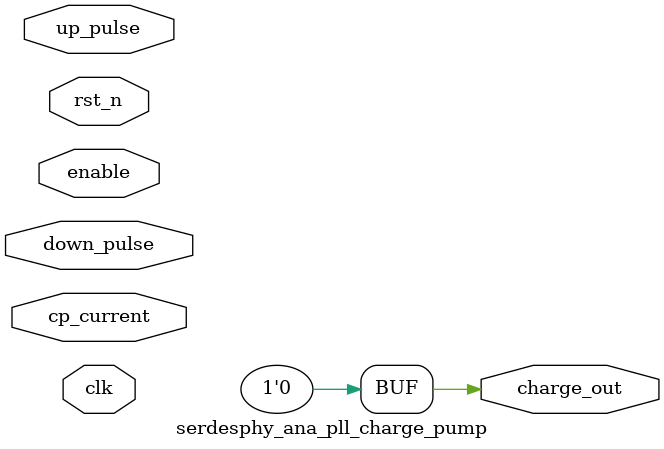
<source format=v>
/*
 * SerDes PHY PLL Charge Pump
 * Placeholder behavioral model for future analog charge pump circuit
 * All ports are connected but the charge pump does not actively operate
 */

`default_nettype none

module serdesphy_ana_pll_charge_pump (
    // Clock and reset
    input  wire       clk,             // System clock
    input  wire       rst_n,           // Active-low reset
    input  wire       enable,          // Enable charge pump

    // Control inputs
    input  wire [1:0] cp_current,      // Charge pump current select

    // Phase detector inputs
    input  wire       up_pulse,        // UP pulse from phase detector
    input  wire       down_pulse,      // DOWN pulse from phase detector

    // Control output
    output wire       charge_out       // Charge pump output
);

    // Placeholder: output directly driven
    // In production, charge_out will reflect pump up/down activity
    // For now, tie to 0 (no charge pump activity)
    assign charge_out = 1'b0;

    // Unused inputs - prevent lint warnings
    wire _unused = &{clk, rst_n, enable, cp_current, up_pulse, down_pulse};

endmodule

</source>
